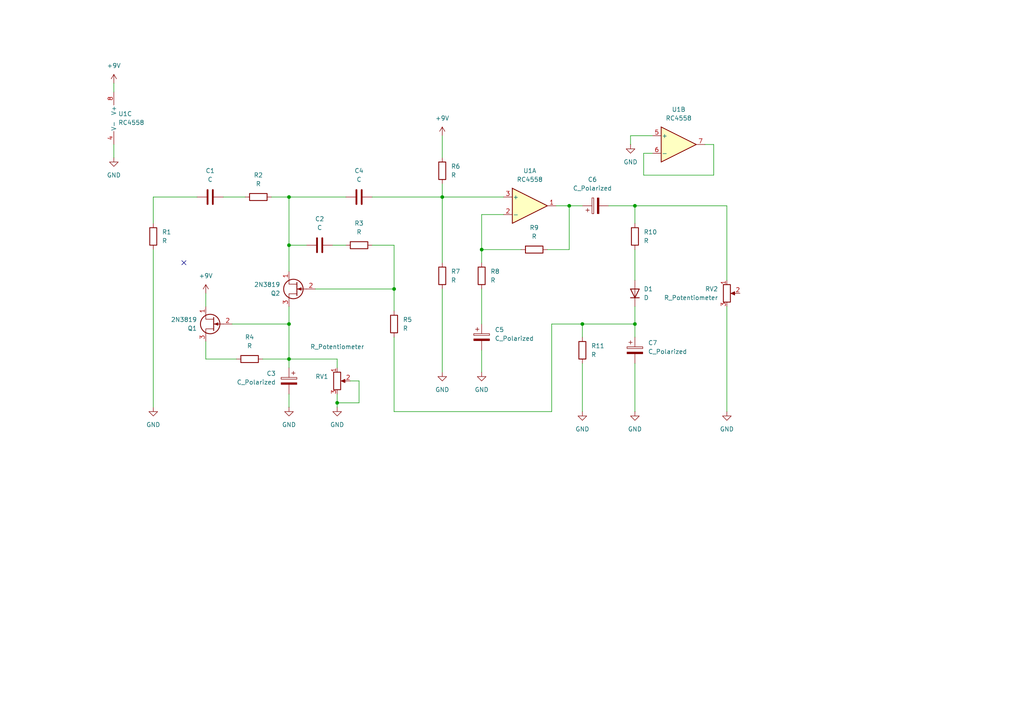
<source format=kicad_sch>
(kicad_sch (version 20231120) (generator "eeschema") (generator_version "8.0")
  (paper "A4")
  (lib_symbols
    (symbol "Amplifier_Operational:RC4558" (pin_names (offset 0.127))
      (property "Reference" "U" (at 0 5.08 0))
      (property "Value" "RC4558" (at 0 -5.08 0))
      (symbol "RC4558_1_1"
        (polyline (pts (xy -5.08 5.08) (xy 5.08 0) (xy -5.08 -5.08) (xy -5.08 5.08)) (stroke (width 0.254)) (fill (type background)))
        (pin output line (at 7.62 0 180) (length 2.54) (name "~") (number "1"))
        (pin input line (at -7.62 -2.54 0) (length 2.54) (name "-") (number "2"))
        (pin input line (at -7.62 2.54 0) (length 2.54) (name "+") (number "3"))
      )
      (symbol "RC4558_2_1"
        (polyline (pts (xy -5.08 5.08) (xy 5.08 0) (xy -5.08 -5.08) (xy -5.08 5.08)) (stroke (width 0.254)) (fill (type background)))
        (pin input line (at -7.62 2.54 0) (length 2.54) (name "+") (number "5"))
        (pin input line (at -7.62 -2.54 0) (length 2.54) (name "-") (number "6"))
        (pin output line (at 7.62 0 180) (length 2.54) (name "~") (number "7"))
      )
      (symbol "RC4558_3_1"
        (pin power_in line (at -2.54 -7.62 90) (length 3.81) (name "V-") (number "4"))
        (pin power_in line (at -2.54 7.62 270) (length 3.81) (name "V+") (number "8"))
      )
    )
    (symbol "Device:C" (pin_numbers hide) (pin_names (offset 0.254))
      (property "Reference" "C" (at 0.635 2.54 0))
      (property "Value" "C" (at 0.635 -2.54 0))
      (symbol "C_0_1"
        (polyline (pts (xy -2.032 -0.762) (xy 2.032 -0.762)) (stroke (width 0.508)))
        (polyline (pts (xy -2.032 0.762) (xy 2.032 0.762)) (stroke (width 0.508)))
      )
      (symbol "C_1_1"
        (pin passive line (at 0 3.81 270) (length 2.794) (name "~") (number "1"))
        (pin passive line (at 0 -3.81 90) (length 2.794) (name "~") (number "2"))
      )
    )
    (symbol "Device:C_Polarized" (pin_numbers hide) (pin_names (offset 0.254))
      (property "Reference" "C" (at 0.635 2.54 0))
      (property "Value" "C_Polarized" (at 0.635 -2.54 0))
      (symbol "C_Polarized_0_1"
        (rectangle (start -2.286 0.508) (end 2.286 1.016))
        (polyline (pts (xy -1.778 2.286) (xy -0.762 2.286)))
        (polyline (pts (xy -1.27 2.794) (xy -1.27 1.778)))
        (rectangle (start 2.286 -0.508) (end -2.286 -1.016) (fill (type outline)))
      )
      (symbol "C_Polarized_1_1"
        (pin passive line (at 0 3.81 270) (length 2.794) (name "~") (number "1"))
        (pin passive line (at 0 -3.81 90) (length 2.794) (name "~") (number "2"))
      )
    )
    (symbol "Device:D" (pin_numbers hide) (pin_names (offset 1.016) hide)
      (property "Reference" "D" (at 0 2.54 0))
      (property "Value" "D" (at 0 -2.54 0))
      (symbol "D_0_1"
        (polyline (pts (xy -1.27 1.27) (xy -1.27 -1.27)) (stroke (width 0.254)))
        (polyline (pts (xy 1.27 0) (xy -1.27 0)))
        (polyline (pts (xy 1.27 1.27) (xy 1.27 -1.27) (xy -1.27 0) (xy 1.27 1.27)) (stroke (width 0.254)))
      )
      (symbol "D_1_1"
        (pin passive line (at -3.81 0 0) (length 2.54) (name "K") (number "1"))
        (pin passive line (at 3.81 0 180) (length 2.54) (name "A") (number "2"))
      )
    )
    (symbol "Device:R" (pin_numbers hide) (pin_names (offset 0))
      (property "Reference" "R" (at 2.032 0 90))
      (property "Value" "R" (at 0 0 90))
      (symbol "R_0_1"
        (rectangle (start -1.016 -2.54) (end 1.016 2.54) (stroke (width 0.254)))
      )
      (symbol "R_1_1"
        (pin passive line (at 0 3.81 270) (length 1.27) (name "~") (number "1"))
        (pin passive line (at 0 -3.81 90) (length 1.27) (name "~") (number "2"))
      )
    )
    (symbol "Device:R_Potentiometer" (pin_names (offset 1.016) hide)
      (property "Reference" "RV" (at -4.445 0 90))
      (property "Value" "R_Potentiometer" (at -2.54 0 90))
      (symbol "R_Potentiometer_0_1"
        (polyline (pts (xy 2.54 0) (xy 1.524 0)))
        (polyline (pts (xy 1.143 0) (xy 2.286 0.508) (xy 2.286 -0.508) (xy 1.143 0)) (fill (type outline)))
        (rectangle (start 1.016 2.54) (end -1.016 -2.54) (stroke (width 0.254)))
      )
      (symbol "R_Potentiometer_1_1"
        (pin passive line (at 0 3.81 270) (length 1.27) (name "1") (number "1"))
        (pin passive line (at 3.81 0 180) (length 1.27) (name "2") (number "2"))
        (pin passive line (at 0 -3.81 90) (length 1.27) (name "3") (number "3"))
      )
    )
    (symbol "Transistor_FET:2N3819" (pin_names hide)
      (property "Reference" "Q" (at 5.08 1.905 0))
      (property "Value" "2N3819" (at 5.08 0 0))
      (symbol "2N3819_0_1"
        (polyline (pts (xy 0.254 0) (xy -2.54 0)))
        (polyline (pts (xy 0.254 1.905) (xy 0.254 -1.905)) (stroke (width 0.254)))
        (polyline (pts (xy 2.54 -2.54) (xy 2.54 -1.397) (xy 0.254 -1.397)))
        (polyline (pts (xy 2.54 2.54) (xy 2.54 1.397) (xy 0.254 1.397)))
        (polyline (pts (xy 0 0) (xy -1.016 0.381) (xy -1.016 -0.381) (xy 0 0)) (fill (type outline)))
        (circle (center 1.27 0) (radius 2.8194) (stroke (width 0.254)))
      )
      (symbol "2N3819_1_1"
        (pin passive line (at 2.54 5.08 270) (length 2.54) (name "D") (number "1"))
        (pin input line (at -5.08 0 0) (length 2.54) (name "G") (number "2"))
        (pin passive line (at 2.54 -5.08 90) (length 2.54) (name "S") (number "3"))
      )
    )
    (symbol "power:+9V" (power) (pin_numbers hide) (pin_names (offset 0) hide)
      (property "Value" "+9V" (at 0 3.556 0))
      (symbol "+9V_0_1"
        (polyline (pts (xy -0.762 1.27) (xy 0 2.54)))
        (polyline (pts (xy 0 0) (xy 0 2.54)))
        (polyline (pts (xy 0 2.54) (xy 0.762 1.27)))
      )
      (symbol "+9V_1_1"
        (pin power_in line (at 0 0 90) (length 0) (name "~") (number "1"))
      )
    )
    (symbol "power:GND" (power) (pin_numbers hide) (pin_names (offset 0) hide)
      (property "Value" "GND" (at 0 -3.81 0))
      (symbol "GND_0_1"
        (polyline (pts (xy 0 0) (xy 0 -1.27) (xy 1.27 -1.27) (xy 0 -2.54) (xy -1.27 -1.27) (xy 0 -1.27)))
      )
      (symbol "GND_1_1"
        (pin power_in line (at 0 0 270) (length 0) (name "~") (number "1"))
      )
    )
  )
  (junction (at 83.82 57.15))
  (junction (at 184.15 93.98))
  (junction (at 165.1 59.69))
  (junction (at 83.82 93.98))
  (junction (at 128.27 57.15))
  (junction (at 184.15 59.69))
  (junction (at 97.79 116.84))
  (junction (at 83.82 104.14))
  (junction (at 83.82 71.12))
  (junction (at 114.3 83.82))
  (junction (at 139.7 72.39))
  (junction (at 168.91 93.98))
  (no_connect (at 53.34 76.2))
  (wire (pts (xy 107.95 57.15) (xy 128.27 57.15)))
  (wire (pts (xy 158.75 72.39) (xy 165.1 72.39)))
  (wire (pts (xy 210.82 59.69) (xy 184.15 59.69)))
  (wire (pts (xy 83.82 104.14) (xy 83.82 106.68)))
  (wire (pts (xy 64.77 57.15) (xy 71.12 57.15)))
  (wire (pts (xy 165.1 72.39) (xy 165.1 59.69)))
  (wire (pts (xy 210.82 81.28) (xy 210.82 59.69)))
  (wire (pts (xy 114.3 71.12) (xy 107.95 71.12)))
  (wire (pts (xy 184.15 105.41) (xy 184.15 119.38)))
  (wire (pts (xy 114.3 90.17) (xy 114.3 83.82)))
  (wire (pts (xy 160.02 93.98) (xy 168.91 93.98)))
  (wire (pts (xy 128.27 57.15) (xy 128.27 76.2)))
  (wire (pts (xy 168.91 105.41) (xy 168.91 119.38)))
  (wire (pts (xy 76.2 104.14) (xy 83.82 104.14)))
  (wire (pts (xy 59.69 99.06) (xy 59.69 104.14)))
  (wire (pts (xy 59.69 104.14) (xy 68.58 104.14)))
  (wire (pts (xy 128.27 57.15) (xy 128.27 53.34)))
  (wire (pts (xy 97.79 106.68) (xy 97.79 104.14)))
  (wire (pts (xy 160.02 119.38) (xy 160.02 93.98)))
  (wire (pts (xy 104.14 116.84) (xy 97.79 116.84)))
  (wire (pts (xy 44.45 72.39) (xy 44.45 118.11)))
  (wire (pts (xy 186.69 50.8) (xy 207.01 50.8)))
  (wire (pts (xy 114.3 119.38) (xy 160.02 119.38)))
  (wire (pts (xy 165.1 59.69) (xy 168.91 59.69)))
  (wire (pts (xy 104.14 110.49) (xy 104.14 116.84)))
  (wire (pts (xy 97.79 116.84) (xy 97.79 118.11)))
  (wire (pts (xy 139.7 101.6) (xy 139.7 107.95)))
  (wire (pts (xy 139.7 83.82) (xy 139.7 93.98)))
  (wire (pts (xy 44.45 57.15) (xy 57.15 57.15)))
  (wire (pts (xy 207.01 50.8) (xy 207.01 41.91)))
  (wire (pts (xy 33.02 24.13) (xy 33.02 26.67)))
  (wire (pts (xy 186.69 44.45) (xy 186.69 50.8)))
  (wire (pts (xy 91.44 83.82) (xy 114.3 83.82)))
  (wire (pts (xy 114.3 97.79) (xy 114.3 119.38)))
  (wire (pts (xy 189.23 44.45) (xy 186.69 44.45)))
  (wire (pts (xy 128.27 39.37) (xy 128.27 45.72)))
  (wire (pts (xy 83.82 93.98) (xy 83.82 104.14)))
  (wire (pts (xy 139.7 76.2) (xy 139.7 72.39)))
  (wire (pts (xy 59.69 85.09) (xy 59.69 88.9)))
  (wire (pts (xy 184.15 93.98) (xy 184.15 97.79)))
  (wire (pts (xy 168.91 93.98) (xy 184.15 93.98)))
  (wire (pts (xy 101.6 110.49) (xy 104.14 110.49)))
  (wire (pts (xy 184.15 72.39) (xy 184.15 81.28)))
  (wire (pts (xy 33.02 41.91) (xy 33.02 45.72)))
  (wire (pts (xy 83.82 88.9) (xy 83.82 93.98)))
  (wire (pts (xy 207.01 41.91) (xy 204.47 41.91)))
  (wire (pts (xy 97.79 114.3) (xy 97.79 116.84)))
  (wire (pts (xy 78.74 57.15) (xy 83.82 57.15)))
  (wire (pts (xy 161.29 59.69) (xy 165.1 59.69)))
  (wire (pts (xy 182.88 39.37) (xy 182.88 41.91)))
  (wire (pts (xy 97.79 104.14) (xy 83.82 104.14)))
  (wire (pts (xy 83.82 71.12) (xy 88.9 71.12)))
  (wire (pts (xy 139.7 62.23) (xy 146.05 62.23)))
  (wire (pts (xy 189.23 39.37) (xy 182.88 39.37)))
  (wire (pts (xy 67.31 93.98) (xy 83.82 93.98)))
  (wire (pts (xy 83.82 57.15) (xy 83.82 71.12)))
  (wire (pts (xy 184.15 88.9) (xy 184.15 93.98)))
  (wire (pts (xy 114.3 83.82) (xy 114.3 71.12)))
  (wire (pts (xy 139.7 72.39) (xy 139.7 62.23)))
  (wire (pts (xy 139.7 72.39) (xy 151.13 72.39)))
  (wire (pts (xy 83.82 71.12) (xy 83.82 78.74)))
  (wire (pts (xy 184.15 59.69) (xy 184.15 64.77)))
  (wire (pts (xy 83.82 114.3) (xy 83.82 118.11)))
  (wire (pts (xy 44.45 64.77) (xy 44.45 57.15)))
  (wire (pts (xy 96.52 71.12) (xy 100.33 71.12)))
  (wire (pts (xy 83.82 57.15) (xy 100.33 57.15)))
  (wire (pts (xy 128.27 57.15) (xy 146.05 57.15)))
  (wire (pts (xy 168.91 97.79) (xy 168.91 93.98)))
  (wire (pts (xy 128.27 83.82) (xy 128.27 107.95)))
  (wire (pts (xy 210.82 119.38) (xy 210.82 88.9)))
  (wire (pts (xy 176.53 59.69) (xy 184.15 59.69)))
  (symbol (lib_id "Device:C_Polarized") (at 83.82 110.49 0) (mirror y) (unit 1)
    (property "Reference" "C3" (at 80.01 108.3309 0) (effects (justify left)))
    (property "Value" "C_Polarized" (at 80.01 110.8709 0) (effects (justify left)))
    (property "Footprint" "Capacitor_THT:CP_Radial_D5.0mm_P2.50mm" (effects (hide yes)))
    (property "Description" "Polarized capacitor" (effects (hide yes)))
  )
  (symbol (lib_id "power:GND") (at 33.02 45.72 0) (unit 1)
    (property "Reference" "#PWR07" (effects (hide yes)))
    (property "Value" "GND" (at 33.02 50.8 0))
    (property "Description" "Power symbol creates a global label with name \"GND\" , ground" (effects (hide yes)))
  )
  (symbol (lib_id "power:+9V") (at 33.02 24.13 0) (unit 1)
    (property "Reference" "#PWR06" (effects (hide yes)))
    (property "Value" "+9V" (at 33.02 19.05 0))
    (property "Description" "Power symbol creates a global label with name \"+9V\"" (effects (hide yes)))
  )
  (symbol (lib_id "Device:R") (at 72.39 104.14 90) (unit 1)
    (property "Reference" "R4" (at 72.39 97.79 90))
    (property "Value" "R" (at 72.39 100.33 90))
    (property "Footprint" "Resistor_THT:R_Axial_DIN0204_L3.6mm_D1.6mm_P5.08mm_Horizontal" (effects (hide yes)))
    (property "Description" "Resistor" (effects (hide yes)))
  )
  (symbol (lib_id "Device:D") (at 184.15 85.09 90) (unit 1)
    (property "Reference" "D1" (at 186.69 83.8199 90) (effects (justify right)))
    (property "Value" "D" (at 186.69 86.3599 90) (effects (justify right)))
    (property "Footprint" "Resistor_THT:R_Axial_DIN0204_L3.6mm_D1.6mm_P5.08mm_Horizontal" (effects (hide yes)))
    (property "Description" "Diode" (effects (hide yes)))
    (property "Sim.Device" "D" (effects (hide yes)))
    (property "Sim.Pins" "1=K 2=A" (effects (hide yes)))
  )
  (symbol (lib_id "power:GND") (at 210.82 119.38 0) (unit 1)
    (property "Reference" "#PWR013" (effects (hide yes)))
    (property "Value" "GND" (at 210.82 124.46 0))
    (property "Description" "Power symbol creates a global label with name \"GND\" , ground" (effects (hide yes)))
  )
  (symbol (lib_id "Device:R") (at 154.94 72.39 90) (unit 1)
    (property "Reference" "R9" (at 154.94 66.04 90))
    (property "Value" "R" (at 154.94 68.58 90))
    (property "Footprint" "Resistor_THT:R_Axial_DIN0204_L3.6mm_D1.6mm_P5.08mm_Horizontal" (effects (hide yes)))
    (property "Description" "Resistor" (effects (hide yes)))
  )
  (symbol (lib_id "power:+9V") (at 59.69 85.09 0) (unit 1)
    (property "Reference" "#PWR02" (effects (hide yes)))
    (property "Value" "+9V" (at 59.69 80.01 0))
    (property "Description" "Power symbol creates a global label with name \"+9V\"" (effects (hide yes)))
  )
  (symbol (lib_id "power:GND") (at 139.7 107.95 0) (unit 1)
    (property "Reference" "#PWR08" (effects (hide yes)))
    (property "Value" "GND" (at 139.7 113.03 0))
    (property "Description" "Power symbol creates a global label with name \"GND\" , ground" (effects (hide yes)))
  )
  (symbol (lib_id "power:GND") (at 97.79 118.11 0) (unit 1)
    (property "Reference" "#PWR012" (effects (hide yes)))
    (property "Value" "GND" (at 97.79 123.19 0))
    (property "Description" "Power symbol creates a global label with name \"GND\" , ground" (effects (hide yes)))
  )
  (symbol (lib_id "Device:R") (at 74.93 57.15 90) (unit 1)
    (property "Reference" "R2" (at 74.93 50.8 90))
    (property "Value" "R" (at 74.93 53.34 90))
    (property "Footprint" "Resistor_THT:R_Axial_DIN0204_L3.6mm_D1.6mm_P5.08mm_Horizontal" (effects (hide yes)))
    (property "Description" "Resistor" (effects (hide yes)))
  )
  (symbol (lib_id "Device:C") (at 104.14 57.15 90) (unit 1)
    (property "Reference" "C4" (at 104.14 49.53 90))
    (property "Value" "C" (at 104.14 52.07 90))
    (property "Footprint" "Capacitor_THT:C_Disc_D7.5mm_W2.5mm_P5.00mm" (effects (hide yes)))
    (property "Description" "Unpolarized capacitor" (effects (hide yes)))
  )
  (symbol (lib_id "power:GND") (at 184.15 119.38 0) (unit 1)
    (property "Reference" "#PWR010" (effects (hide yes)))
    (property "Value" "GND" (at 184.15 124.46 0))
    (property "Description" "Power symbol creates a global label with name \"GND\" , ground" (effects (hide yes)))
  )
  (symbol (lib_id "Device:R_Potentiometer") (at 97.79 110.49 0) (unit 1)
    (property "Reference" "RV1" (at 95.25 109.2199 0) (effects (justify right)))
    (property "Value" "R_Potentiometer" (at 105.664 100.584 0) (effects (justify right)))
    (property "Footprint" "Potentiometer_THT:Potentiometer_Alps_RK163_Single_Horizontal" (effects (hide yes)))
    (property "Description" "Potentiometer" (effects (hide yes)))
  )
  (symbol (lib_id "power:GND") (at 44.45 118.11 0) (unit 1)
    (property "Reference" "#PWR01" (effects (hide yes)))
    (property "Value" "GND" (at 44.45 123.19 0))
    (property "Description" "Power symbol creates a global label with name \"GND\" , ground" (effects (hide yes)))
  )
  (symbol (lib_id "Device:R") (at 128.27 80.01 180) (unit 1)
    (property "Reference" "R7" (at 130.81 78.7399 0) (effects (justify right)))
    (property "Value" "R" (at 130.81 81.2799 0) (effects (justify right)))
    (property "Footprint" "Resistor_THT:R_Axial_DIN0204_L3.6mm_D1.6mm_P5.08mm_Horizontal" (effects (hide yes)))
    (property "Description" "Resistor" (effects (hide yes)))
  )
  (symbol (lib_id "Device:C") (at 92.71 71.12 90) (unit 1)
    (property "Reference" "C2" (at 92.71 63.5 90))
    (property "Value" "C" (at 92.71 66.04 90))
    (property "Footprint" "Capacitor_THT:C_Disc_D7.5mm_W2.5mm_P5.00mm" (effects (hide yes)))
    (property "Description" "Unpolarized capacitor" (effects (hide yes)))
  )
  (symbol (lib_id "Device:C_Polarized") (at 184.15 101.6 0) (unit 1)
    (property "Reference" "C7" (at 187.96 99.4409 0) (effects (justify left)))
    (property "Value" "C_Polarized" (at 187.96 101.9809 0) (effects (justify left)))
    (property "Footprint" "Capacitor_THT:CP_Radial_D5.0mm_P2.50mm" (effects (hide yes)))
    (property "Description" "Polarized capacitor" (effects (hide yes)))
  )
  (symbol (lib_id "Device:R") (at 114.3 93.98 180) (unit 1)
    (property "Reference" "R5" (at 116.84 92.7099 0) (effects (justify right)))
    (property "Value" "R" (at 116.84 95.2499 0) (effects (justify right)))
    (property "Footprint" "Resistor_THT:R_Axial_DIN0204_L3.6mm_D1.6mm_P5.08mm_Horizontal" (effects (hide yes)))
    (property "Description" "Resistor" (effects (hide yes)))
  )
  (symbol (lib_id "power:GND") (at 182.88 41.91 0) (unit 1)
    (property "Reference" "#PWR011" (effects (hide yes)))
    (property "Value" "GND" (at 182.88 46.99 0))
    (property "Description" "Power symbol creates a global label with name \"GND\" , ground" (effects (hide yes)))
  )
  (symbol (lib_id "power:GND") (at 168.91 119.38 0) (unit 1)
    (property "Reference" "#PWR09" (effects (hide yes)))
    (property "Value" "GND" (at 168.91 124.46 0))
    (property "Description" "Power symbol creates a global label with name \"GND\" , ground" (effects (hide yes)))
  )
  (symbol (lib_id "Device:R") (at 184.15 68.58 180) (unit 1)
    (property "Reference" "R10" (at 186.69 67.3099 0) (effects (justify right)))
    (property "Value" "R" (at 186.69 69.8499 0) (effects (justify right)))
    (property "Footprint" "Resistor_THT:R_Axial_DIN0204_L3.6mm_D1.6mm_P5.08mm_Horizontal" (effects (hide yes)))
    (property "Description" "Resistor" (effects (hide yes)))
  )
  (symbol (lib_id "Device:R") (at 104.14 71.12 90) (unit 1)
    (property "Reference" "R3" (at 104.14 64.77 90))
    (property "Value" "R" (at 104.14 67.31 90))
    (property "Footprint" "Resistor_THT:R_Axial_DIN0204_L3.6mm_D1.6mm_P5.08mm_Horizontal" (effects (hide yes)))
    (property "Description" "Resistor" (effects (hide yes)))
  )
  (symbol (lib_id "power:+9V") (at 128.27 39.37 0) (unit 1)
    (property "Reference" "#PWR05" (effects (hide yes)))
    (property "Value" "+9V" (at 128.27 34.29 0))
    (property "Description" "Power symbol creates a global label with name \"+9V\"" (effects (hide yes)))
  )
  (symbol (lib_id "Device:C_Polarized") (at 172.72 59.69 90) (unit 1)
    (property "Reference" "C6" (at 171.831 52.07 90))
    (property "Value" "C_Polarized" (at 171.831 54.61 90))
    (property "Footprint" "Capacitor_THT:CP_Radial_D5.0mm_P2.50mm" (effects (hide yes)))
    (property "Description" "Polarized capacitor" (effects (hide yes)))
  )
  (symbol (lib_id "Transistor_FET:2N3819") (at 62.23 93.98 0) (mirror y) (unit 1)
    (property "Reference" "Q1" (at 57.15 95.2501 0) (effects (justify left)))
    (property "Value" "2N3819" (at 57.15 92.7101 0) (effects (justify left)))
    (property "Footprint" "Package_TO_SOT_THT:TO-92" (effects (hide yes)))
    (property "Datasheet" "https://my.centralsemi.com/datasheets/2N3819.PDF" (effects (hide yes)))
    (property "Description" "20mA Id, 25V Vgs, N-Channel JFET Transistor, TO-92" (effects (hide yes)))
  )
  (symbol (lib_id "Device:R") (at 44.45 68.58 180) (unit 1)
    (property "Reference" "R1" (at 46.99 67.3099 0) (effects (justify right)))
    (property "Value" "R" (at 46.99 69.8499 0) (effects (justify right)))
    (property "Footprint" "Resistor_THT:R_Axial_DIN0204_L3.6mm_D1.6mm_P5.08mm_Horizontal" (effects (hide yes)))
    (property "Description" "Resistor" (effects (hide yes)))
  )
  (symbol (lib_id "Device:R") (at 139.7 80.01 0) (unit 1)
    (property "Reference" "R8" (at 142.24 78.7399 0) (effects (justify left)))
    (property "Value" "R" (at 142.24 81.2799 0) (effects (justify left)))
    (property "Footprint" "Resistor_THT:R_Axial_DIN0204_L3.6mm_D1.6mm_P5.08mm_Horizontal" (effects (hide yes)))
    (property "Description" "Resistor" (effects (hide yes)))
  )
  (symbol (lib_id "Device:C") (at 60.96 57.15 90) (unit 1)
    (property "Reference" "C1" (at 60.96 49.53 90))
    (property "Value" "C" (at 60.96 52.07 90))
    (property "Footprint" "Capacitor_THT:C_Disc_D7.5mm_W2.5mm_P5.00mm" (effects (hide yes)))
    (property "Description" "Unpolarized capacitor" (effects (hide yes)))
  )
  (symbol (lib_id "Amplifier_Operational:RC4558") (at 35.56 34.29 0) (unit 3)
    (property "Reference" "U1" (at 34.29 33.0199 0) (effects (justify left)))
    (property "Value" "RC4558" (at 34.29 35.5599 0) (effects (justify left)))
    (property "Footprint" "Package_DIP:DIP-8_W7.62mm_Socket" (effects (hide yes)))
    (property "Datasheet" "http://www.ti.com/lit/ds/symlink/rc4558.pdf" (effects (hide yes)))
    (property "Description" "Dual General Purpose, Operational Amplifier, DIP-8/SOIC-8/SSOP-8" (effects (hide yes)))
  )
  (symbol (lib_id "Amplifier_Operational:RC4558") (at 196.85 41.91 0) (unit 2)
    (property "Reference" "U1" (at 196.85 31.75 0))
    (property "Value" "RC4558" (at 196.85 34.29 0))
    (property "Footprint" "Package_DIP:DIP-8_W7.62mm_Socket" (effects (hide yes)))
    (property "Datasheet" "http://www.ti.com/lit/ds/symlink/rc4558.pdf" (effects (hide yes)))
    (property "Description" "Dual General Purpose, Operational Amplifier, DIP-8/SOIC-8/SSOP-8" (effects (hide yes)))
  )
  (symbol (lib_id "Transistor_FET:2N3819") (at 86.36 83.82 0) (mirror y) (unit 1)
    (property "Reference" "Q2" (at 81.28 85.0901 0) (effects (justify left)))
    (property "Value" "2N3819" (at 81.28 82.5501 0) (effects (justify left)))
    (property "Footprint" "Package_TO_SOT_THT:TO-92" (effects (hide yes)))
    (property "Datasheet" "https://my.centralsemi.com/datasheets/2N3819.PDF" (effects (hide yes)))
    (property "Description" "20mA Id, 25V Vgs, N-Channel JFET Transistor, TO-92" (effects (hide yes)))
  )
  (symbol (lib_id "Device:R") (at 128.27 49.53 180) (unit 1)
    (property "Reference" "R6" (at 130.81 48.2599 0) (effects (justify right)))
    (property "Value" "R" (at 130.81 50.7999 0) (effects (justify right)))
    (property "Footprint" "Resistor_THT:R_Axial_DIN0204_L3.6mm_D1.6mm_P5.08mm_Horizontal" (effects (hide yes)))
    (property "Description" "Resistor" (effects (hide yes)))
  )
  (symbol (lib_id "Amplifier_Operational:RC4558") (at 153.67 59.69 0) (unit 1)
    (property "Reference" "U1" (at 153.67 49.53 0))
    (property "Value" "RC4558" (at 153.67 52.07 0))
    (property "Footprint" "Package_DIP:DIP-8_W7.62mm_Socket" (effects (hide yes)))
    (property "Datasheet" "http://www.ti.com/lit/ds/symlink/rc4558.pdf" (effects (hide yes)))
    (property "Description" "Dual General Purpose, Operational Amplifier, DIP-8/SOIC-8/SSOP-8" (effects (hide yes)))
  )
  (symbol (lib_id "power:GND") (at 128.27 107.95 0) (unit 1)
    (property "Reference" "#PWR04" (effects (hide yes)))
    (property "Value" "GND" (at 128.27 113.03 0))
    (property "Description" "Power symbol creates a global label with name \"GND\" , ground" (effects (hide yes)))
  )
  (symbol (lib_id "Device:R") (at 168.91 101.6 180) (unit 1)
    (property "Reference" "R11" (at 171.45 100.3299 0) (effects (justify right)))
    (property "Value" "R" (at 171.45 102.8699 0) (effects (justify right)))
    (property "Footprint" "Resistor_THT:R_Axial_DIN0204_L3.6mm_D1.6mm_P5.08mm_Horizontal" (effects (hide yes)))
    (property "Description" "Resistor" (effects (hide yes)))
  )
  (symbol (lib_id "Device:C_Polarized") (at 139.7 97.79 0) (unit 1)
    (property "Reference" "C5" (at 143.51 95.6309 0) (effects (justify left)))
    (property "Value" "C_Polarized" (at 143.51 98.1709 0) (effects (justify left)))
    (property "Footprint" "Capacitor_THT:CP_Radial_D5.0mm_P2.50mm" (effects (hide yes)))
    (property "Description" "Polarized capacitor" (effects (hide yes)))
  )
  (symbol (lib_id "power:GND") (at 83.82 118.11 0) (unit 1)
    (property "Reference" "#PWR03" (effects (hide yes)))
    (property "Value" "GND" (at 83.82 123.19 0))
    (property "Description" "Power symbol creates a global label with name \"GND\" , ground" (effects (hide yes)))
  )
  (symbol (lib_id "Device:R_Potentiometer") (at 210.82 85.09 0) (unit 1)
    (property "Reference" "RV2" (at 208.28 83.8199 0) (effects (justify right)))
    (property "Value" "R_Potentiometer" (at 208.28 86.3599 0) (effects (justify right)))
    (property "Footprint" "Potentiometer_THT:Potentiometer_Alps_RK163_Single_Horizontal" (effects (hide yes)))
    (property "Description" "Potentiometer" (effects (hide yes)))
  )
)
</source>
